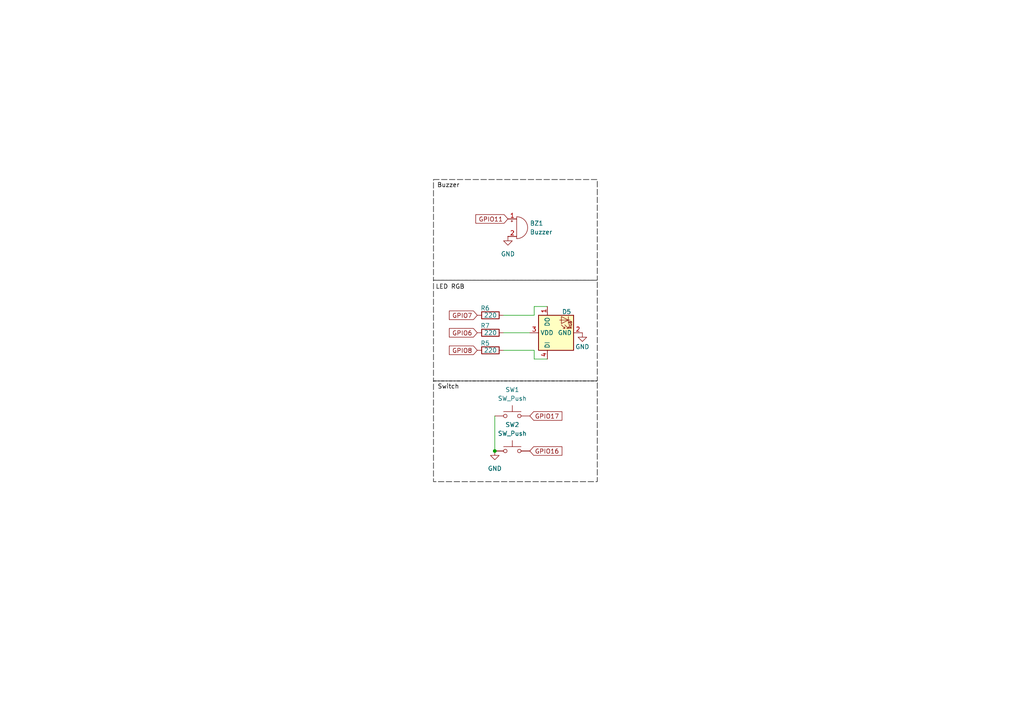
<source format=kicad_sch>
(kicad_sch (version 20250114) (generator "eeschema") (generator_version "9.0")
  (paper "A4")
  (title_block (title "Raspberry Pi Pico Logger - Peripherals") (date "2025-06-21") (rev "2.0") (company "Creator: Piotr Kłyś"))
  (lib_symbols
    (symbol "Device:Buzzer" (pin_names (offset 0.0254) (hide yes))
      (property "Reference" "BZ" (at 3.81 1.27 0))
      (property "Value" "Buzzer" (at 3.81 -1.27 0))
      (symbol "Buzzer_0_1"
        (polyline (pts (xy -1.651 1.905) (xy -1.143 1.905)))
        (polyline (pts (xy -1.397 2.159) (xy -1.397 1.651)))
        (arc (start 0 3.175) (mid 3.1612 0) (end 0 -3.175))
        (polyline (pts (xy 0 3.175) (xy 0 -3.175)))
      )
      (symbol "Buzzer_1_1"
        (pin passive line (at -2.54 2.54 0) (length 2.54) (name "+") (number "1"))
        (pin passive line (at -2.54 -2.54 0) (length 2.54) (name "-") (number "2"))
      )
    )
    (symbol "Device:R" (pin_numbers (hide yes)) (pin_names (offset 0))
      (property "Reference" "R" (at 2.032 0 90))
      (property "Value" "R" (at 0 0 90))
      (symbol "R_0_1"
        (rectangle (start -1.016 -2.54) (end 1.016 2.54) (stroke (width 0.254)))
      )
      (symbol "R_1_1"
        (pin passive line (at 0 3.81 270) (length 1.27) (name "~") (number "1"))
        (pin passive line (at 0 -3.81 90) (length 1.27) (name "~") (number "2"))
      )
    )
    (symbol "LED:APA-106-F5"
      (property "Reference" "D" (at 5.08 5.715 0))
      (property "Value" "APA-106-F5" (at 1.27 -5.715 0))
      (symbol "APA-106-F5_0_0"
        (text "RGB" (at 2.286 -4.191 0) (effects (font (size 0.762 0.762))))
      )
      (symbol "APA-106-F5_0_1"
        (polyline (pts (xy 1.27 -2.54) (xy 1.778 -2.54)))
        (polyline (pts (xy 1.27 -3.556) (xy 1.778 -3.556)))
        (polyline (pts (xy 2.286 -1.524) (xy 1.27 -2.54) (xy 1.27 -2.032)))
        (polyline (pts (xy 2.286 -2.54) (xy 1.27 -3.556) (xy 1.27 -3.048)))
        (polyline (pts (xy 3.683 -1.016) (xy 3.683 -3.556) (xy 3.683 -4.064)))
        (polyline (pts (xy 4.699 -1.524) (xy 2.667 -1.524) (xy 3.683 -3.556) (xy 4.699 -1.524)))
        (polyline (pts (xy 4.699 -3.556) (xy 2.667 -3.556)))
        (rectangle (start 5.08 5.08) (end -5.08 -5.08) (stroke (width 0.254)) (fill (type background)))
      )
      (symbol "APA-106-F5_1_1"
        (pin input line (at -7.62 2.54 0) (length 2.54) (name "DI") (number "4"))
        (pin power_in line (at 0 7.62 270) (length 2.54) (name "VDD") (number "3"))
        (pin power_in line (at 0 -7.62 90) (length 2.54) (name "GND") (number "2"))
        (pin output line (at 7.62 2.54 180) (length 2.54) (name "DO") (number "1"))
      )
    )
    (symbol "Switch:SW_Push" (pin_numbers (hide yes)) (pin_names (offset 1.016) (hide yes))
      (property "Reference" "SW" (at 1.27 2.54 0))
      (property "Value" "SW_Push" (at 0 -1.524 0))
      (symbol "SW_Push_0_1"
        (circle (center -2.032 0) (radius 0.508))
        (polyline (pts (xy 0 1.27) (xy 0 3.048)))
        (circle (center 2.032 0) (radius 0.508))
        (polyline (pts (xy 2.54 1.27) (xy -2.54 1.27)))
        (pin passive line (at -5.08 0 0) (length 2.54) (name "1") (number "1"))
        (pin passive line (at 5.08 0 180) (length 2.54) (name "2") (number "2"))
      )
    )
    (symbol "power:GND" (power) (pin_numbers (hide yes)) (pin_names (offset 0) (hide yes))
      (property "Value" "GND" (at 0 -3.81 0))
      (symbol "GND_0_1"
        (polyline (pts (xy 0 0) (xy 0 -1.27) (xy 1.27 -1.27) (xy 0 -2.54) (xy -1.27 -1.27) (xy 0 -1.27)))
      )
      (symbol "GND_1_1"
        (pin power_in line (at 0 0 270) (length 0) (name "~") (number "1"))
      )
    )
  )
  (rectangle (start 125.73 81.28) (end 173.228 110.49) (stroke (width 0) (type dash) (color 0 0 0 1)))
  (rectangle (start 125.73 110.49) (end 173.228 139.7) (stroke (width 0) (type dash) (color 0 0 0 1)))
  (rectangle (start 125.73 52.07) (end 173.228 81.28) (stroke (width 0) (type dash) (color 0 0 0 1)))
  (text "Switch" (at 130.048 112.268 0) (effects (font (size 1.27 1.27))))
  (text "LED RGB" (at 130.556 83.312 0) (effects (font (size 1.27 1.27))))
  (text "Buzzer" (at 130.048 53.848 0) (effects (font (size 1.27 1.27))))
  (junction (at 143.51 130.81))
  (wire (pts (xy 143.51 120.65) (xy 143.51 130.81)))
  (wire (pts (xy 146.05 101.6) (xy 154.94 101.6)))
  (wire (pts (xy 146.05 91.44) (xy 154.94 91.44)))
  (wire (pts (xy 146.05 96.52) (xy 153.67 96.52)))
  (wire (pts (xy 154.94 91.44) (xy 154.94 88.9)))
  (wire (pts (xy 154.94 104.14) (xy 158.75 104.14)))
  (wire (pts (xy 154.94 88.9) (xy 158.75 88.9)))
  (wire (pts (xy 154.94 101.6) (xy 154.94 104.14)))
  (global_label "GPIO8" (shape input) (at 138.43 101.6 180) (property "Intersheetrefs" "${INTERSHEET_REFS}" (effects (hide yes))))
  (global_label "GPIO16" (shape input) (at 153.67 130.81 0) (property "Intersheetrefs" "${INTERSHEET_REFS}" (effects (hide yes))))
  (global_label "GPIO11" (shape input) (at 147.32 63.5 180) (property "Intersheetrefs" "${INTERSHEET_REFS}" (effects (hide yes))))
  (global_label "GPIO17" (shape input) (at 153.67 120.65 0) (property "Intersheetrefs" "${INTERSHEET_REFS}" (effects (hide yes))))
  (global_label "GPIO7" (shape input) (at 138.43 91.44 180) (property "Intersheetrefs" "${INTERSHEET_REFS}" (effects (hide yes))))
  (global_label "GPIO6" (shape input) (at 138.43 96.52 180) (property "Intersheetrefs" "${INTERSHEET_REFS}" (effects (hide yes))))
  (symbol (lib_id "Device:Buzzer") (at 149.86 66.04 0) (unit 1)
    (property "Reference" "BZ1" (at 153.67 64.7699 0) (effects (justify left)))
    (property "Value" "Buzzer" (at 153.67 67.3099 0) (effects (justify left)))
    (property "Footprint" "Buzzer_Beeper:Buzzer_12x9.5RM7.6" (effects (hide yes)))
    (property "Description" "Buzzer, polarized" (effects (hide yes)))
  )
  (symbol (lib_id "power:GND") (at 143.51 130.81 0) (unit 1)
    (property "Reference" "#PWR021" (effects (hide yes)))
    (property "Value" "GND" (at 143.51 135.89 0))
    (property "Description" "Power symbol creates a global label with name \"GND\" , ground" (effects (hide yes)))
  )
  (symbol (lib_id "Device:R") (at 142.24 91.44 270) (unit 1)
    (property "Reference" "R6" (at 140.716 89.408 90))
    (property "Value" "220" (at 142.24 91.44 90))
    (property "Footprint" "Resistor_SMD:R_0805_2012Metric" (effects (hide yes)))
    (property "Description" "Resistor" (effects (hide yes)))
  )
  (symbol (lib_id "Device:R") (at 142.24 96.52 270) (unit 1)
    (property "Reference" "R7" (at 140.716 94.488 90))
    (property "Value" "220" (at 142.24 96.52 90))
    (property "Footprint" "Resistor_SMD:R_0805_2012Metric" (effects (hide yes)))
    (property "Description" "Resistor" (effects (hide yes)))
  )
  (symbol (lib_id "LED:APA-106-F5") (at 161.29 96.52 90) (unit 1)
    (property "Reference" "D5" (at 164.338 90.424 90))
    (property "Value" "APA-106-F5" (effects (hide yes)))
    (property "Footprint" "LED_SMD:LED_Avago_PLCC4_3.2x2.8mm_CW" (effects (hide yes)))
    (property "Datasheet" "https://cdn.sparkfun.com/datasheets/Components/LED/COM-12877.pdf" (effects (hide yes)))
    (property "Description" "RGB LED with integrated controller, 5mm Package" (effects (hide yes)))
  )
  (symbol (lib_id "Switch:SW_Push") (at 148.59 130.81 0) (unit 1)
    (property "Reference" "SW2" (at 148.59 123.19 0))
    (property "Value" "SW_Push" (at 148.59 125.73 0))
    (property "Footprint" "Button_Switch_THT:SW_PUSH_6mm" (effects (hide yes)))
    (property "Description" "Push button switch, generic, two pins" (effects (hide yes)))
  )
  (symbol (lib_id "power:GND") (at 147.32 68.58 0) (unit 1)
    (property "Reference" "#PWR04" (effects (hide yes)))
    (property "Value" "GND" (at 147.32 73.66 0))
    (property "Description" "Power symbol creates a global label with name \"GND\" , ground" (effects (hide yes)))
  )
  (symbol (lib_id "Device:R") (at 142.24 101.6 270) (unit 1)
    (property "Reference" "R5" (at 140.716 99.568 90))
    (property "Value" "220" (at 142.24 101.6 90))
    (property "Footprint" "Resistor_SMD:R_0805_2012Metric" (effects (hide yes)))
    (property "Description" "Resistor" (effects (hide yes)))
  )
  (symbol (lib_id "power:GND") (at 168.91 96.52 0) (unit 1)
    (property "Reference" "#PWR03" (effects (hide yes)))
    (property "Value" "GND" (at 168.91 100.584 0))
    (property "Description" "Power symbol creates a global label with name \"GND\" , ground" (effects (hide yes)))
  )
  (symbol (lib_id "Switch:SW_Push") (at 148.59 120.65 0) (unit 1)
    (property "Reference" "SW1" (at 148.59 113.03 0))
    (property "Value" "SW_Push" (at 148.59 115.57 0))
    (property "Footprint" "Button_Switch_THT:SW_PUSH_6mm" (effects (hide yes)))
    (property "Description" "Push button switch, generic, two pins" (effects (hide yes)))
  )
)
</source>
